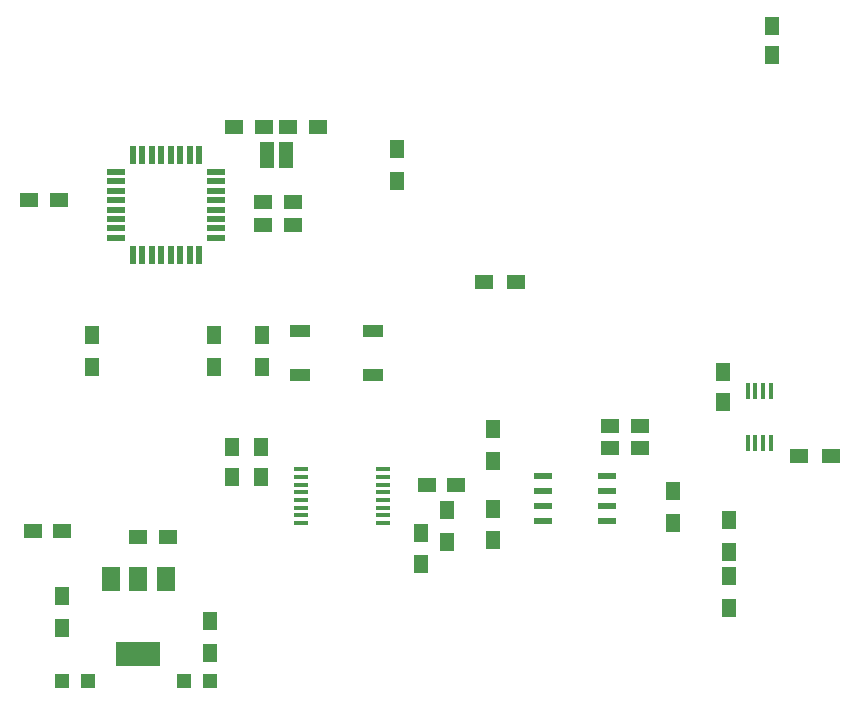
<source format=gbr>
G04 #@! TF.FileFunction,Paste,Top*
%FSLAX46Y46*%
G04 Gerber Fmt 4.6, Leading zero omitted, Abs format (unit mm)*
G04 Created by KiCad (PCBNEW 4.0.2-stable) date 03/10/2017 13:26:32*
%MOMM*%
G01*
G04 APERTURE LIST*
%ADD10C,0.100000*%
%ADD11R,1.200000X0.400000*%
%ADD12R,1.500000X1.250000*%
%ADD13R,1.250000X1.500000*%
%ADD14R,1.200000X1.200000*%
%ADD15R,1.300000X1.500000*%
%ADD16R,1.500000X1.300000*%
%ADD17R,1.800000X1.100000*%
%ADD18R,1.550000X0.600000*%
%ADD19R,0.450000X1.450000*%
%ADD20R,1.600000X0.550000*%
%ADD21R,0.550000X1.600000*%
%ADD22R,3.800000X2.000000*%
%ADD23R,1.500000X2.000000*%
%ADD24R,1.200000X2.300000*%
G04 APERTURE END LIST*
D10*
D11*
X132705520Y-93928360D03*
X132705520Y-93278360D03*
X132705520Y-92628360D03*
X132705520Y-91978360D03*
X132705520Y-91328360D03*
X132705520Y-90678360D03*
X132705520Y-90028360D03*
X132705520Y-89378360D03*
X125805520Y-89378360D03*
X125805520Y-90028360D03*
X125805520Y-90678360D03*
X125805520Y-91328360D03*
X125805520Y-91978360D03*
X125805520Y-92628360D03*
X125805520Y-93278360D03*
X125805520Y-93928360D03*
D12*
X136412920Y-90678000D03*
X138912920Y-90678000D03*
X154442480Y-85694520D03*
X151942480Y-85694520D03*
X154442480Y-87619840D03*
X151942480Y-87619840D03*
D13*
X161474150Y-81189510D03*
X161474150Y-83689510D03*
D12*
X124700000Y-60375000D03*
X127200000Y-60375000D03*
X122600000Y-60375000D03*
X120100000Y-60375000D03*
X125049600Y-68707000D03*
X122549600Y-68707000D03*
X122549600Y-66741040D03*
X125049600Y-66741040D03*
X105263000Y-66586100D03*
X102763000Y-66586100D03*
X103032240Y-94630240D03*
X105532240Y-94630240D03*
X114488280Y-95133160D03*
X111988280Y-95133160D03*
D13*
X122377200Y-87533160D03*
X122377200Y-90033160D03*
D14*
X105549520Y-107320080D03*
X107749520Y-107320080D03*
X118061920Y-107309920D03*
X115861920Y-107309920D03*
D15*
X108041440Y-80740240D03*
X108041440Y-78040240D03*
X161996120Y-93666320D03*
X161996120Y-96366320D03*
X161998660Y-98388180D03*
X161998660Y-101088180D03*
X118430040Y-80719920D03*
X118430040Y-78019920D03*
X142036800Y-95411280D03*
X142036800Y-92711280D03*
X142036800Y-88665040D03*
X142036800Y-85965040D03*
X157261560Y-91233000D03*
X157261560Y-93933000D03*
X138165840Y-95533200D03*
X138165840Y-92833200D03*
X135900160Y-94743280D03*
X135900160Y-97443280D03*
D16*
X170615600Y-88270080D03*
X167915600Y-88270080D03*
D15*
X122461020Y-80727540D03*
X122461020Y-78027540D03*
X105552240Y-100148400D03*
X105552240Y-102848400D03*
X118059200Y-102261680D03*
X118059200Y-104961680D03*
D17*
X131860220Y-77695180D03*
X125660220Y-77695180D03*
X125660220Y-81395180D03*
X131860220Y-81395180D03*
D18*
X146286240Y-89961720D03*
X146286240Y-91231720D03*
X146286240Y-92501720D03*
X146286240Y-93771720D03*
X151686240Y-93771720D03*
X151686240Y-92501720D03*
X151686240Y-91231720D03*
X151686240Y-89961720D03*
D19*
X165527630Y-82723630D03*
X164877630Y-82723630D03*
X164227630Y-82723630D03*
X163577630Y-82723630D03*
X163577630Y-87123630D03*
X164227630Y-87123630D03*
X164877630Y-87123630D03*
X165527630Y-87123630D03*
D20*
X118575400Y-69792500D03*
X118575400Y-68992500D03*
X118575400Y-68192500D03*
X118575400Y-67392500D03*
X118575400Y-66592500D03*
X118575400Y-65792500D03*
X118575400Y-64992500D03*
X118575400Y-64192500D03*
D21*
X117125400Y-62742500D03*
X116325400Y-62742500D03*
X115525400Y-62742500D03*
X114725400Y-62742500D03*
X113925400Y-62742500D03*
X113125400Y-62742500D03*
X112325400Y-62742500D03*
X111525400Y-62742500D03*
D20*
X110075400Y-64192500D03*
X110075400Y-64992500D03*
X110075400Y-65792500D03*
X110075400Y-66592500D03*
X110075400Y-67392500D03*
X110075400Y-68192500D03*
X110075400Y-68992500D03*
X110075400Y-69792500D03*
D21*
X111525400Y-71242500D03*
X112325400Y-71242500D03*
X113125400Y-71242500D03*
X113925400Y-71242500D03*
X114725400Y-71242500D03*
X115525400Y-71242500D03*
X116325400Y-71242500D03*
X117125400Y-71242500D03*
D13*
X119893080Y-90038240D03*
X119893080Y-87538240D03*
D22*
X111998760Y-104998920D03*
D23*
X111998760Y-98698920D03*
X109698760Y-98698920D03*
X114298760Y-98698920D03*
D16*
X141243060Y-73502520D03*
X143943060Y-73502520D03*
D15*
X133852920Y-62287160D03*
X133852920Y-64987160D03*
D24*
X124500000Y-62775000D03*
X122900000Y-62775000D03*
D13*
X165625000Y-51825000D03*
X165625000Y-54325000D03*
M02*

</source>
